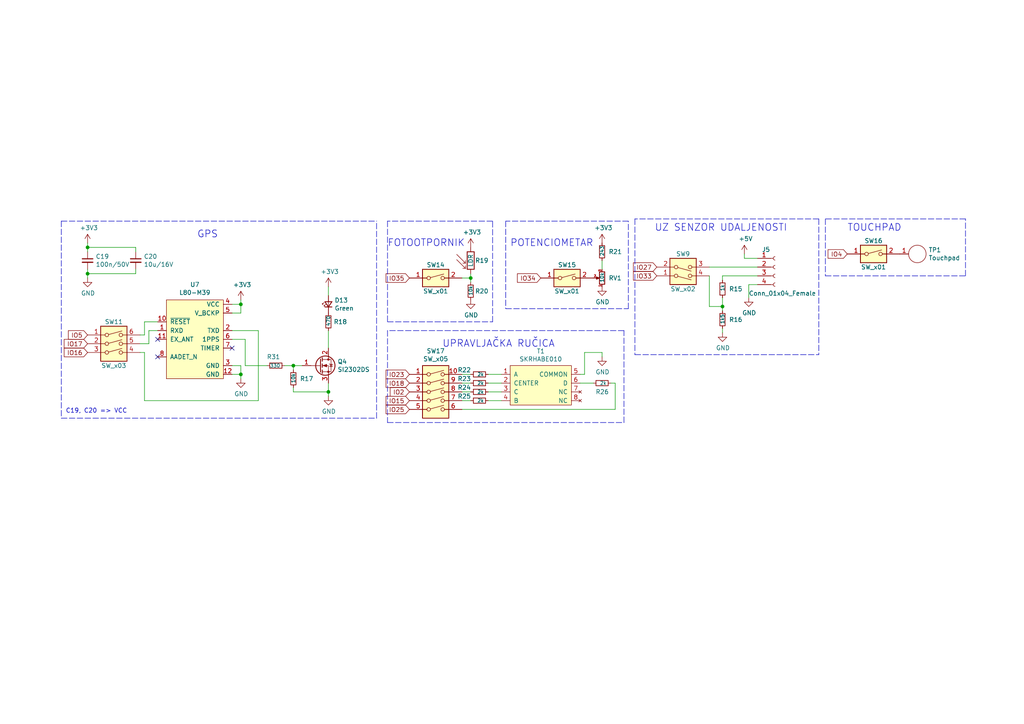
<source format=kicad_sch>
(kicad_sch (version 20211123) (generator eeschema)
  (paper "A4")
  (title_block (title "ESP32IoTPlatform") (date "2022-02-09") (rev "v4r1") (company "TVZ"))
  (lib_symbols
    (symbol "Connector:Conn_01x04_Female" (pin_names (offset 1.016) hide)
      (property "Reference" "J" (at 0 5.08 0))
      (property "Value" "Conn_01x04_Female" (at 0 -7.62 0))
      (symbol "Conn_01x04_Female_1_1"
        (arc (start 0 -4.572) (mid -0.508 -5.08) (end 0 -5.588) (stroke (width 0.1524)))
        (arc (start 0 -2.032) (mid -0.508 -2.54) (end 0 -3.048) (stroke (width 0.1524)))
        (polyline (pts (xy -1.27 -5.08) (xy -0.508 -5.08)) (stroke (width 0.1524)))
        (polyline (pts (xy -1.27 -2.54) (xy -0.508 -2.54)) (stroke (width 0.1524)))
        (polyline (pts (xy -1.27 0) (xy -0.508 0)) (stroke (width 0.1524)))
        (polyline (pts (xy -1.27 2.54) (xy -0.508 2.54)) (stroke (width 0.1524)))
        (arc (start 0 0.508) (mid -0.508 0) (end 0 -0.508) (stroke (width 0.1524)))
        (arc (start 0 3.048) (mid -0.508 2.54) (end 0 2.032) (stroke (width 0.1524)))
        (pin passive line (at -5.08 2.54 0) (length 3.81) (name "Pin_1") (number "1"))
        (pin passive line (at -5.08 0 0) (length 3.81) (name "Pin_2") (number "2"))
        (pin passive line (at -5.08 -2.54 0) (length 3.81) (name "Pin_3") (number "3"))
        (pin passive line (at -5.08 -5.08 0) (length 3.81) (name "Pin_4") (number "4"))
      )
    )
    (symbol "Device:C_Small" (pin_numbers hide) (pin_names (offset 0.254) hide)
      (property "Reference" "C" (at 0.254 1.778 0))
      (property "Value" "C_Small" (at 0.254 -2.032 0))
      (symbol "C_Small_0_1"
        (polyline (pts (xy -1.524 -0.508) (xy 1.524 -0.508)) (stroke (width 0.3302)))
        (polyline (pts (xy -1.524 0.508) (xy 1.524 0.508)) (stroke (width 0.3048)))
      )
      (symbol "C_Small_1_1"
        (pin passive line (at 0 2.54 270) (length 2.032) (name "~") (number "1"))
        (pin passive line (at 0 -2.54 90) (length 2.032) (name "~") (number "2"))
      )
    )
    (symbol "Device:LED_Small" (pin_numbers hide) (pin_names (offset 0.254) hide)
      (property "Reference" "D" (at -1.27 3.175 0))
      (property "Value" "LED_Small" (at -4.445 -2.54 0))
      (symbol "LED_Small_0_1"
        (polyline (pts (xy -0.762 -1.016) (xy -0.762 1.016)) (stroke (width 0.254)))
        (polyline (pts (xy 1.016 0) (xy -0.762 0)))
        (polyline (pts (xy 0.762 -1.016) (xy -0.762 0) (xy 0.762 1.016) (xy 0.762 -1.016)) (stroke (width 0.254)))
        (polyline (pts (xy 0 0.762) (xy -0.508 1.27) (xy -0.254 1.27) (xy -0.508 1.27) (xy -0.508 1.016)))
        (polyline (pts (xy 0.508 1.27) (xy 0 1.778) (xy 0.254 1.778) (xy 0 1.778) (xy 0 1.524)))
      )
      (symbol "LED_Small_1_1"
        (pin passive line (at -2.54 0 0) (length 1.778) (name "K") (number "1"))
        (pin passive line (at 2.54 0 180) (length 1.778) (name "A") (number "2"))
      )
    )
    (symbol "Device:R_Potentiometer_Small" (pin_names (offset 1.016) hide)
      (property "Reference" "RV" (at -4.445 0 90))
      (property "Value" "R_Potentiometer_Small" (at -2.54 0 90))
      (symbol "R_Potentiometer_Small_0_1"
        (polyline (pts (xy 0.889 0) (xy 0.635 0) (xy 1.651 0.381) (xy 1.651 -0.381) (xy 0.635 0) (xy 0.889 0)) (fill (type outline)))
        (rectangle (start 0.762 1.8034) (end -0.762 -1.8034) (stroke (width 0.254)))
      )
      (symbol "R_Potentiometer_Small_1_1"
        (pin passive line (at 0 2.54 270) (length 0.635) (name "1") (number "1"))
        (pin passive line (at 2.54 0 180) (length 0.9906) (name "2") (number "2"))
        (pin passive line (at 0 -2.54 90) (length 0.635) (name "3") (number "3"))
      )
    )
    (symbol "Device:R_Small" (pin_numbers hide) (pin_names (offset 0.254) hide)
      (property "Reference" "R" (at 0.762 0.508 0))
      (property "Value" "R_Small" (at 0.762 -1.016 0))
      (symbol "R_Small_0_1"
        (rectangle (start -0.762 1.778) (end 0.762 -1.778) (stroke (width 0.2032)))
      )
      (symbol "R_Small_1_1"
        (pin passive line (at 0 2.54 270) (length 0.762) (name "~") (number "1"))
        (pin passive line (at 0 -2.54 90) (length 0.762) (name "~") (number "2"))
      )
    )
    (symbol "ESP32IoTPlatform_simboli:L80-M39" (pin_names (offset 1.016))
      (property "Reference" "U" (at 0 0 0))
      (property "Value" "L80-M39" (at 0 0 0))
      (symbol "L80-M39_0_1"
        (rectangle (start 8.89 1.27) (end -7.62 24.13) (fill (type background)))
      )
      (symbol "L80-M39_1_1"
        (pin passive line (at -10.16 15.24 0) (length 2.54) (name "RXD") (number "1"))
        (pin passive line (at -10.16 17.78 0) (length 2.54) (name "~{RESET}") (number "10"))
        (pin passive line (at -10.16 12.7 0) (length 2.54) (name "EX_ANT") (number "11"))
        (pin passive line (at 11.43 2.54 180) (length 2.54) (name "GND") (number "12"))
        (pin passive line (at 11.43 15.24 180) (length 2.54) (name "TXD") (number "2"))
        (pin passive line (at 11.43 5.08 180) (length 2.54) (name "GND") (number "3"))
        (pin passive line (at 11.43 22.86 180) (length 2.54) (name "VCC") (number "4"))
        (pin passive line (at 11.43 20.32 180) (length 2.54) (name "V_BCKP") (number "5"))
        (pin passive line (at 11.43 12.7 180) (length 2.54) (name "1PPS") (number "6"))
        (pin passive line (at 11.43 10.16 180) (length 2.54) (name "TIMER") (number "7"))
        (pin passive line (at -10.16 7.62 0) (length 2.54) (name "AADET_N") (number "8"))
      )
    )
    (symbol "ESP32IoTPlatform_simboli:SKRHABE010" (pin_names (offset 1.016))
      (property "Reference" "T" (at 0 1.27 0))
      (property "Value" "SKRHABE010" (at 0 -1.27 0))
      (symbol "SKRHABE010_0_1"
        (rectangle (start -8.89 2.54) (end 8.89 13.97) (fill (type background)))
      )
      (symbol "SKRHABE010_1_1"
        (pin passive line (at -11.43 11.43 0) (length 2.54) (name "A") (number "1"))
        (pin passive line (at -11.43 8.89 0) (length 2.54) (name "CENTER") (number "2"))
        (pin passive line (at -11.43 6.35 0) (length 2.54) (name "C") (number "3"))
        (pin passive line (at -11.43 3.81 0) (length 2.54) (name "B") (number "4"))
        (pin passive line (at 11.43 11.43 180) (length 2.54) (name "COMMON") (number "5"))
        (pin passive line (at 11.43 8.89 180) (length 2.54) (name "D") (number "6"))
        (pin no_connect line (at 11.43 6.35 180) (length 2.54) (name "NC") (number "7"))
        (pin no_connect line (at 11.43 3.81 180) (length 2.54) (name "NC") (number "8"))
      )
    )
    (symbol "ESP32IoTPlatform_simboli:Touchpad" (pin_names (offset 1.016))
      (property "Reference" "TP" (at 0 0 0))
      (property "Value" "Touchpad" (at 0 0 0))
      (symbol "Touchpad_0_1"
        (circle (center 3.81 5.08) (radius 2.54))
      )
      (symbol "Touchpad_1_1"
        (pin passive line (at -1.27 5.08 0) (length 2.54) (name "~") (number "1"))
      )
    )
    (symbol "Sensor_Optical:LDR03" (pin_numbers hide) (pin_names (offset 0))
      (property "Reference" "R" (at -5.08 0 90))
      (property "Value" "LDR03" (at 1.905 0 90))
      (symbol "LDR03_0_1"
        (rectangle (start -1.016 2.54) (end 1.016 -2.54) (stroke (width 0.254)))
        (polyline (pts (xy -1.524 -2.286) (xy -4.064 0.254)))
        (polyline (pts (xy -1.524 -2.286) (xy -2.286 -2.286)))
        (polyline (pts (xy -1.524 -2.286) (xy -1.524 -1.524)))
        (polyline (pts (xy -1.524 -0.762) (xy -4.064 1.778)))
        (polyline (pts (xy -1.524 -0.762) (xy -2.286 -0.762)))
        (polyline (pts (xy -1.524 -0.762) (xy -1.524 0)))
      )
      (symbol "LDR03_1_1"
        (pin passive line (at 0 3.81 270) (length 1.27) (name "~") (number "1"))
        (pin passive line (at 0 -3.81 90) (length 1.27) (name "~") (number "2"))
      )
    )
    (symbol "Switch:SW_DIP_x01" (pin_names (offset 0) hide)
      (property "Reference" "SW" (at 0 3.81 0))
      (property "Value" "SW_DIP_x01" (at 0 -3.81 0))
      (symbol "SW_DIP_x01_0_0"
        (circle (center -2.032 0) (radius 0.508))
        (polyline (pts (xy -1.524 0.127) (xy 2.3622 1.1684)))
        (circle (center 2.032 0) (radius 0.508))
      )
      (symbol "SW_DIP_x01_0_1"
        (rectangle (start -3.81 2.54) (end 3.81 -2.54) (stroke (width 0.254)) (fill (type background)))
      )
      (symbol "SW_DIP_x01_1_1"
        (pin passive line (at -7.62 0 0) (length 5.08) (name "~") (number "1"))
        (pin passive line (at 7.62 0 180) (length 5.08) (name "~") (number "2"))
      )
    )
    (symbol "Switch:SW_DIP_x02" (pin_names (offset 0) hide)
      (property "Reference" "SW" (at 0 6.35 0))
      (property "Value" "SW_DIP_x02" (at 0 -3.81 0))
      (symbol "SW_DIP_x02_0_0"
        (circle (center -2.032 0) (radius 0.508))
        (circle (center -2.032 2.54) (radius 0.508))
        (polyline (pts (xy -1.524 0.127) (xy 2.3622 1.1684)))
        (polyline (pts (xy -1.524 2.667) (xy 2.3622 3.7084)))
        (circle (center 2.032 0) (radius 0.508))
        (circle (center 2.032 2.54) (radius 0.508))
      )
      (symbol "SW_DIP_x02_0_1"
        (rectangle (start -3.81 5.08) (end 3.81 -2.54) (stroke (width 0.254)) (fill (type background)))
      )
      (symbol "SW_DIP_x02_1_1"
        (pin passive line (at -7.62 2.54 0) (length 5.08) (name "~") (number "1"))
        (pin passive line (at -7.62 0 0) (length 5.08) (name "~") (number "2"))
        (pin passive line (at 7.62 0 180) (length 5.08) (name "~") (number "3"))
        (pin passive line (at 7.62 2.54 180) (length 5.08) (name "~") (number "4"))
      )
    )
    (symbol "Switch:SW_DIP_x03" (pin_names (offset 0) hide)
      (property "Reference" "SW" (at 0 8.89 0))
      (property "Value" "SW_DIP_x03" (at 0 -3.81 0))
      (symbol "SW_DIP_x03_0_0"
        (circle (center -2.032 0) (radius 0.508))
        (circle (center -2.032 2.54) (radius 0.508))
        (circle (center -2.032 5.08) (radius 0.508))
        (polyline (pts (xy -1.524 0.127) (xy 2.3622 1.1684)))
        (polyline (pts (xy -1.524 2.667) (xy 2.3622 3.7084)))
        (polyline (pts (xy -1.524 5.207) (xy 2.3622 6.2484)))
        (circle (center 2.032 0) (radius 0.508))
        (circle (center 2.032 2.54) (radius 0.508))
        (circle (center 2.032 5.08) (radius 0.508))
      )
      (symbol "SW_DIP_x03_0_1"
        (rectangle (start -3.81 7.62) (end 3.81 -2.54) (stroke (width 0.254)) (fill (type background)))
      )
      (symbol "SW_DIP_x03_1_1"
        (pin passive line (at -7.62 5.08 0) (length 5.08) (name "~") (number "1"))
        (pin passive line (at -7.62 2.54 0) (length 5.08) (name "~") (number "2"))
        (pin passive line (at -7.62 0 0) (length 5.08) (name "~") (number "3"))
        (pin passive line (at 7.62 0 180) (length 5.08) (name "~") (number "4"))
        (pin passive line (at 7.62 2.54 180) (length 5.08) (name "~") (number "5"))
        (pin passive line (at 7.62 5.08 180) (length 5.08) (name "~") (number "6"))
      )
    )
    (symbol "Switch:SW_DIP_x05" (pin_names (offset 0) hide)
      (property "Reference" "SW" (at 0 8.89 0))
      (property "Value" "SW_DIP_x05" (at 0 -8.89 0))
      (symbol "SW_DIP_x05_0_0"
        (circle (center -2.032 -5.08) (radius 0.508))
        (circle (center -2.032 -2.54) (radius 0.508))
        (circle (center -2.032 0) (radius 0.508))
        (circle (center -2.032 2.54) (radius 0.508))
        (circle (center -2.032 5.08) (radius 0.508))
        (polyline (pts (xy -1.524 -4.9276) (xy 2.3622 -3.8862)))
        (polyline (pts (xy -1.524 -2.3876) (xy 2.3622 -1.3462)))
        (polyline (pts (xy -1.524 0.127) (xy 2.3622 1.1684)))
        (polyline (pts (xy -1.524 2.667) (xy 2.3622 3.7084)))
        (polyline (pts (xy -1.524 5.207) (xy 2.3622 6.2484)))
        (circle (center 2.032 -5.08) (radius 0.508))
        (circle (center 2.032 -2.54) (radius 0.508))
        (circle (center 2.032 0) (radius 0.508))
        (circle (center 2.032 2.54) (radius 0.508))
        (circle (center 2.032 5.08) (radius 0.508))
      )
      (symbol "SW_DIP_x05_0_1"
        (rectangle (start -3.81 7.62) (end 3.81 -7.62) (stroke (width 0.254)) (fill (type background)))
      )
      (symbol "SW_DIP_x05_1_1"
        (pin passive line (at -7.62 5.08 0) (length 5.08) (name "~") (number "1"))
        (pin passive line (at 7.62 5.08 180) (length 5.08) (name "~") (number "10"))
        (pin passive line (at -7.62 2.54 0) (length 5.08) (name "~") (number "2"))
        (pin passive line (at -7.62 0 0) (length 5.08) (name "~") (number "3"))
        (pin passive line (at -7.62 -2.54 0) (length 5.08) (name "~") (number "4"))
        (pin passive line (at -7.62 -5.08 0) (length 5.08) (name "~") (number "5"))
        (pin passive line (at 7.62 -5.08 180) (length 5.08) (name "~") (number "6"))
        (pin passive line (at 7.62 -2.54 180) (length 5.08) (name "~") (number "7"))
        (pin passive line (at 7.62 0 180) (length 5.08) (name "~") (number "8"))
        (pin passive line (at 7.62 2.54 180) (length 5.08) (name "~") (number "9"))
      )
    )
    (symbol "Transistor_FET:IRLZ44N" (pin_names hide)
      (property "Reference" "Q" (at 6.35 1.905 0))
      (property "Value" "IRLZ44N" (at 6.35 0 0))
      (symbol "IRLZ44N_0_1"
        (polyline (pts (xy 0.254 0) (xy -2.54 0)))
        (polyline (pts (xy 0.254 1.905) (xy 0.254 -1.905)) (stroke (width 0.254)))
        (polyline (pts (xy 0.762 -1.27) (xy 0.762 -2.286)) (stroke (width 0.254)))
        (polyline (pts (xy 0.762 0.508) (xy 0.762 -0.508)) (stroke (width 0.254)))
        (polyline (pts (xy 0.762 2.286) (xy 0.762 1.27)) (stroke (width 0.254)))
        (polyline (pts (xy 2.54 2.54) (xy 2.54 1.778)))
        (polyline (pts (xy 2.54 -2.54) (xy 2.54 0) (xy 0.762 0)))
        (polyline (pts (xy 0.762 -1.778) (xy 3.302 -1.778) (xy 3.302 1.778) (xy 0.762 1.778)))
        (polyline (pts (xy 1.016 0) (xy 2.032 0.381) (xy 2.032 -0.381) (xy 1.016 0)) (fill (type outline)))
        (polyline (pts (xy 2.794 0.508) (xy 2.921 0.381) (xy 3.683 0.381) (xy 3.81 0.254)))
        (polyline (pts (xy 3.302 0.381) (xy 2.921 -0.254) (xy 3.683 -0.254) (xy 3.302 0.381)))
        (circle (center 1.651 0) (radius 2.794) (stroke (width 0.254)))
        (circle (center 2.54 -1.778) (radius 0.254) (fill (type outline)))
        (circle (center 2.54 1.778) (radius 0.254) (fill (type outline)))
      )
      (symbol "IRLZ44N_1_1"
        (pin input line (at -5.08 0 0) (length 2.54) (name "G") (number "1"))
        (pin passive line (at 2.54 5.08 270) (length 2.54) (name "D") (number "2"))
        (pin passive line (at 2.54 -5.08 90) (length 2.54) (name "S") (number "3"))
      )
    )
    (symbol "power:+3V3" (power) (pin_names (offset 0))
      (property "Value" "+3V3" (at 0 3.556 0))
      (symbol "+3V3_0_1"
        (polyline (pts (xy -0.762 1.27) (xy 0 2.54)))
        (polyline (pts (xy 0 0) (xy 0 2.54)))
        (polyline (pts (xy 0 2.54) (xy 0.762 1.27)))
      )
      (symbol "+3V3_1_1"
        (pin power_in line (at 0 0 90) (length 0) hide (name "+3V3") (number "1"))
      )
    )
    (symbol "power:+5V" (power) (pin_names (offset 0))
      (property "Value" "+5V" (at 0 3.556 0))
      (symbol "+5V_0_1"
        (polyline (pts (xy -0.762 1.27) (xy 0 2.54)))
        (polyline (pts (xy 0 0) (xy 0 2.54)))
        (polyline (pts (xy 0 2.54) (xy 0.762 1.27)))
      )
      (symbol "+5V_1_1"
        (pin power_in line (at 0 0 90) (length 0) hide (name "+5V") (number "1"))
      )
    )
    (symbol "power:GND" (power) (pin_names (offset 0))
      (property "Value" "GND" (at 0 -3.81 0))
      (symbol "GND_0_1"
        (polyline (pts (xy 0 0) (xy 0 -1.27) (xy 1.27 -1.27) (xy 0 -2.54) (xy -1.27 -1.27) (xy 0 -1.27)))
      )
      (symbol "GND_1_1"
        (pin power_in line (at 0 0 270) (length 0) hide (name "GND") (number "1"))
      )
    )
  )
  (junction (at 69.85 88.265))
  (junction (at 25.4 79.375))
  (junction (at 25.4 71.755))
  (junction (at 136.525 80.645))
  (junction (at 69.85 108.585))
  (junction (at 95.25 113.665))
  (junction (at 85.09 106.045))
  (junction (at 209.55 88.9))
  (no_connect (at 67.31 100.965))
  (no_connect (at 45.72 103.505))
  (no_connect (at 45.72 98.425))
  (wire (pts (xy 95.25 95.885) (xy 95.25 100.965)))
  (polyline (pts (xy 112.395 95.885) (xy 112.395 122.555)))
  (wire (pts (xy 141.605 116.205) (xy 145.415 116.205)))
  (wire (pts (xy 69.85 90.805) (xy 69.85 88.265)))
  (polyline (pts (xy 112.395 93.345) (xy 142.875 93.345)))
  (wire (pts (xy 133.985 80.645) (xy 136.525 80.645)))
  (wire (pts (xy 209.55 86.36) (xy 209.55 88.9)))
  (wire (pts (xy 43.18 95.885) (xy 45.72 95.885)))
  (wire (pts (xy 25.4 79.375) (xy 25.4 78.105)))
  (polyline (pts (xy 142.875 64.135) (xy 112.395 64.135)))
  (polyline (pts (xy 146.685 64.135) (xy 146.685 89.535)))
  (wire (pts (xy 25.4 79.375) (xy 39.37 79.375)))
  (wire (pts (xy 25.4 79.375) (xy 25.4 80.645)))
  (wire (pts (xy 67.31 98.425) (xy 71.12 98.425)))
  (wire (pts (xy 25.4 70.485) (xy 25.4 71.755)))
  (polyline (pts (xy 182.245 89.535) (xy 182.245 64.135)))
  (wire (pts (xy 69.85 109.855) (xy 69.85 108.585)))
  (polyline (pts (xy 239.395 80.01) (xy 280.035 80.01)))
  (polyline (pts (xy 112.395 64.135) (xy 112.395 93.345)))
  (wire (pts (xy 133.985 116.205) (xy 136.525 116.205)))
  (wire (pts (xy 95.25 113.665) (xy 95.25 111.125)))
  (wire (pts (xy 169.545 102.235) (xy 169.545 108.585)))
  (wire (pts (xy 178.435 118.745) (xy 178.435 111.125)))
  (wire (pts (xy 40.64 102.235) (xy 41.91 102.235)))
  (polyline (pts (xy 239.395 63.5) (xy 239.395 80.01)))
  (wire (pts (xy 82.55 106.045) (xy 85.09 106.045)))
  (wire (pts (xy 43.18 99.695) (xy 43.18 95.885)))
  (wire (pts (xy 168.275 111.125) (xy 172.085 111.125)))
  (wire (pts (xy 69.85 86.995) (xy 69.85 88.265)))
  (wire (pts (xy 67.31 90.805) (xy 69.85 90.805)))
  (wire (pts (xy 136.525 81.915) (xy 136.525 80.645)))
  (wire (pts (xy 71.12 106.045) (xy 77.47 106.045)))
  (wire (pts (xy 85.09 106.045) (xy 87.63 106.045)))
  (wire (pts (xy 141.605 108.585) (xy 145.415 108.585)))
  (wire (pts (xy 209.55 80.01) (xy 219.71 80.01)))
  (polyline (pts (xy 184.15 102.87) (xy 237.49 102.87)))
  (wire (pts (xy 205.74 88.9) (xy 209.55 88.9)))
  (wire (pts (xy 136.525 79.375) (xy 136.525 80.645)))
  (wire (pts (xy 133.985 108.585) (xy 136.525 108.585)))
  (polyline (pts (xy 112.395 122.555) (xy 180.975 122.555)))
  (wire (pts (xy 217.17 82.55) (xy 219.71 82.55)))
  (polyline (pts (xy 146.685 89.535) (xy 182.245 89.535)))
  (polyline (pts (xy 280.035 80.01) (xy 280.035 63.5)))
  (wire (pts (xy 74.93 116.205) (xy 74.93 95.885)))
  (wire (pts (xy 69.85 106.045) (xy 67.31 106.045)))
  (wire (pts (xy 133.985 113.665) (xy 136.525 113.665)))
  (wire (pts (xy 69.85 88.265) (xy 67.31 88.265)))
  (wire (pts (xy 69.85 108.585) (xy 67.31 108.585)))
  (wire (pts (xy 141.605 113.665) (xy 145.415 113.665)))
  (wire (pts (xy 71.12 98.425) (xy 71.12 106.045)))
  (wire (pts (xy 169.545 108.585) (xy 168.275 108.585)))
  (polyline (pts (xy 109.22 121.285) (xy 109.22 64.135)))
  (wire (pts (xy 39.37 73.025) (xy 39.37 71.755)))
  (wire (pts (xy 133.985 118.745) (xy 178.435 118.745)))
  (polyline (pts (xy 142.875 93.345) (xy 142.875 64.135)))
  (wire (pts (xy 205.74 80.01) (xy 205.74 88.9)))
  (wire (pts (xy 67.31 95.885) (xy 74.93 95.885)))
  (wire (pts (xy 41.91 97.155) (xy 40.64 97.155)))
  (wire (pts (xy 95.25 113.665) (xy 95.25 114.935)))
  (wire (pts (xy 69.85 108.585) (xy 69.85 106.045)))
  (wire (pts (xy 174.625 103.505) (xy 174.625 102.235)))
  (wire (pts (xy 215.9 73.66) (xy 215.9 74.93)))
  (wire (pts (xy 141.605 111.125) (xy 145.415 111.125)))
  (polyline (pts (xy 184.15 63.5) (xy 184.15 102.87)))
  (polyline (pts (xy 237.49 63.5) (xy 237.49 102.87)))
  (wire (pts (xy 178.435 111.125) (xy 177.165 111.125)))
  (wire (pts (xy 209.55 81.28) (xy 209.55 80.01)))
  (wire (pts (xy 25.4 73.025) (xy 25.4 71.755)))
  (wire (pts (xy 217.17 86.36) (xy 217.17 82.55)))
  (wire (pts (xy 85.09 112.395) (xy 85.09 113.665)))
  (wire (pts (xy 85.09 107.315) (xy 85.09 106.045)))
  (polyline (pts (xy 280.035 63.5) (xy 239.395 63.5)))
  (wire (pts (xy 40.64 99.695) (xy 43.18 99.695)))
  (wire (pts (xy 41.91 102.235) (xy 41.91 116.205)))
  (wire (pts (xy 39.37 78.105) (xy 39.37 79.375)))
  (wire (pts (xy 205.74 77.47) (xy 219.71 77.47)))
  (wire (pts (xy 209.55 95.25) (xy 209.55 96.52)))
  (wire (pts (xy 209.55 88.9) (xy 209.55 90.17)))
  (wire (pts (xy 215.9 74.93) (xy 219.71 74.93)))
  (wire (pts (xy 174.625 102.235) (xy 169.545 102.235)))
  (polyline (pts (xy 17.78 121.285) (xy 109.22 121.285)))
  (wire (pts (xy 41.91 93.345) (xy 41.91 97.155)))
  (polyline (pts (xy 237.49 63.5) (xy 184.15 63.5)))
  (polyline (pts (xy 182.245 64.135) (xy 146.685 64.135)))
  (wire (pts (xy 95.25 83.185) (xy 95.25 85.725)))
  (wire (pts (xy 174.625 78.105) (xy 174.625 75.565)))
  (wire (pts (xy 45.72 93.345) (xy 41.91 93.345)))
  (polyline (pts (xy 17.78 64.135) (xy 109.22 64.135)))
  (wire (pts (xy 133.985 111.125) (xy 136.525 111.125)))
  (wire (pts (xy 85.09 113.665) (xy 95.25 113.665)))
  (wire (pts (xy 25.4 71.755) (xy 39.37 71.755)))
  (polyline (pts (xy 17.78 64.135) (xy 17.78 121.285)))
  (wire (pts (xy 41.91 116.205) (xy 74.93 116.205)))
  (polyline (pts (xy 180.975 122.555) (xy 180.975 95.885)))
  (polyline (pts (xy 180.975 95.885) (xy 112.395 95.885)))
  (text "UPRAVLJAČKA RUČICA" (at 128.27 100.965 0) (effects (font (size 2.0066 2.0066)) (justify left bottom)))
  (text "FOTOOTPORNIK" (at 112.395 71.755 0) (effects (font (size 2.0066 2.0066)) (justify left bottom)))
  (text "UZ SENZOR UDALJENOSTI" (at 189.865 67.31 0) (effects (font (size 2.0066 2.0066)) (justify left bottom)))
  (text "GPS" (at 57.15 69.215 0) (effects (font (size 2.0066 2.0066)) (justify left bottom)))
  (text "POTENCIOMETAR" (at 147.955 71.755 0) (effects (font (size 2.0066 2.0066)) (justify left bottom)))
  (text "TOUCHPAD" (at 245.745 67.31 0) (effects (font (size 2.0066 2.0066)) (justify left bottom)))
  (text "C19, C20 => VCC" (at 19.05 120.015 0) (effects (font (size 1.27 1.27)) (justify left bottom)))
  (global_label "IO35" (shape input) (at 118.745 80.645 180) (property "Intersheet References" "${INTERSHEET_REFS}" (effects hide)))
  (global_label "IO5" (shape input) (at 25.4 97.155 180) (property "Intersheet References" "${INTERSHEET_REFS}" (effects hide)))
  (global_label "IO25" (shape input) (at 118.745 118.745 180) (property "Intersheet References" "${INTERSHEET_REFS}" (effects hide)))
  (global_label "IO17" (shape input) (at 25.4 99.695 180) (property "Intersheet References" "${INTERSHEET_REFS}" (effects hide)))
  (global_label "IO2" (shape input) (at 118.745 113.665 180) (property "Intersheet References" "${INTERSHEET_REFS}" (effects hide)))
  (global_label "IO18" (shape input) (at 118.745 111.125 180) (property "Intersheet References" "${INTERSHEET_REFS}" (effects hide)))
  (global_label "IO23" (shape input) (at 118.745 108.585 180) (property "Intersheet References" "${INTERSHEET_REFS}" (effects hide)))
  (global_label "IO27" (shape input) (at 190.5 77.47 180) (property "Intersheet References" "${INTERSHEET_REFS}" (effects hide)))
  (global_label "IO15" (shape input) (at 118.745 116.205 180) (property "Intersheet References" "${INTERSHEET_REFS}" (effects hide)))
  (global_label "IO33" (shape input) (at 190.5 80.01 180) (property "Intersheet References" "${INTERSHEET_REFS}" (effects hide)))
  (global_label "IO34" (shape input) (at 156.845 80.645 180) (property "Intersheet References" "${INTERSHEET_REFS}" (effects hide)))
  (global_label "IO4" (shape input) (at 245.745 73.66 180) (property "Intersheet References" "${INTERSHEET_REFS}" (effects hide)))
  (global_label "IO16" (shape input) (at 25.4 102.235 180) (property "Intersheet References" "${INTERSHEET_REFS}" (effects hide)))
  (symbol (lib_id "Device:R_Small") (at 136.525 84.455 0) (unit 1)
    (property "Reference" "R20" (at 137.795 84.455 0) (effects (justify left)))
    (property "Value" "10k" (at 136.525 85.725 90) (effects (font (size 1 1)) (justify left)))
    (property "Footprint" "Resistor_SMD:R_0805_2012Metric" (effects hide))
  )
  (symbol (lib_id "Device:R_Small") (at 139.065 111.125 270) (unit 1)
    (property "Reference" "R23" (at 132.715 109.855 90) (effects (justify left)))
    (property "Value" "2k" (at 138.43 111.125 90) (effects (font (size 1 1)) (justify left)))
    (property "Footprint" "Resistor_SMD:R_0805_2012Metric" (effects hide))
  )
  (symbol (lib_id "power:+3V3") (at 174.625 70.485 0) (unit 1)
    (property "Reference" "#PWR0136" (effects hide))
    (property "Value" "+3V3" (at 175.006 66.0908 0))
  )
  (symbol (lib_id "Device:R_Small") (at 209.55 92.71 0) (unit 1)
    (property "Reference" "R16" (at 211.455 92.71 0) (effects (justify left)))
    (property "Value" "1k5" (at 209.55 93.98 90) (effects (font (size 1 1)) (justify left)))
    (property "Footprint" "Resistor_SMD:R_0805_2012Metric" (effects hide))
  )
  (symbol (lib_id "power:GND") (at 209.55 96.52 0) (unit 1)
    (property "Reference" "#PWR0139" (effects hide))
    (property "Value" "GND" (at 209.677 100.9142 0))
  )
  (symbol (lib_id "Device:R_Small") (at 139.065 113.665 270) (unit 1)
    (property "Reference" "R24" (at 132.715 112.395 90) (effects (justify left)))
    (property "Value" "2k" (at 138.43 113.665 90) (effects (font (size 1 1)) (justify left)))
    (property "Footprint" "Resistor_SMD:R_0805_2012Metric" (effects hide))
  )
  (symbol (lib_id "power:GND") (at 217.17 86.36 0) (unit 1)
    (property "Reference" "#PWR0137" (effects hide))
    (property "Value" "GND" (at 217.297 90.7542 0))
  )
  (symbol (lib_id "Switch:SW_DIP_x02") (at 198.12 77.47 0) (mirror x) (unit 1)
    (property "Reference" "SW9" (at 198.12 73.66 0))
    (property "Value" "SW_x02" (at 198.12 83.82 0))
    (property "Footprint" "Button_Switch_SMD:SW_DIP_SPSTx02_Slide_6.7x6.64mm_W6.73mm_P2.54mm_LowProfile_JPin" (effects hide))
  )
  (symbol (lib_id "power:GND") (at 69.85 109.855 0) (unit 1)
    (property "Reference" "#PWR0144" (effects hide))
    (property "Value" "GND" (at 69.977 114.2492 0))
  )
  (symbol (lib_id "Sensor_Optical:LDR03") (at 136.525 75.565 0) (unit 1)
    (property "Reference" "R19" (at 137.795 75.565 0) (effects (justify left)))
    (property "Value" "LDR" (at 136.525 77.47 90) (effects (justify left)))
    (property "Footprint" "OptoDevice:R_LDR_7x6mm_P5.1mm_Vertical" (effects hide))
    (property "Datasheet" "http://www.elektronica-componenten.nl/WebRoot/StoreNL/Shops/61422969/54F1/BA0C/C664/31B9/2173/C0A8/2AB9/2AEF/LDR03IMP.pdf" (effects hide))
  )
  (symbol (lib_id "Connector:Conn_01x04_Female") (at 224.79 77.47 0) (unit 1)
    (property "Reference" "J5" (at 220.98 72.39 0) (effects (justify left)))
    (property "Value" "Conn_01x04_Female" (at 217.17 85.09 0) (effects (justify left)))
    (property "Footprint" "ESP32IoTPlatform:PinSocket_1x04_P2.54mm_Vertical" (effects hide))
  )
  (symbol (lib_id "Device:C_Small") (at 39.37 75.565 0) (unit 1)
    (property "Reference" "C20" (at 41.7068 74.3966 0) (effects (justify left)))
    (property "Value" "10u/16V" (at 41.7068 76.708 0) (effects (justify left)))
    (property "Footprint" "Capacitor_SMD:C_0805_2012Metric" (effects hide))
  )
  (symbol (lib_id "Device:C_Small") (at 25.4 75.565 0) (unit 1)
    (property "Reference" "C19" (at 27.7368 74.3966 0) (effects (justify left)))
    (property "Value" "100n/50V" (at 27.7368 76.708 0) (effects (justify left)))
    (property "Footprint" "Capacitor_SMD:C_0805_2012Metric" (effects hide))
  )
  (symbol (lib_id "Device:R_Small") (at 95.25 93.345 180) (unit 1)
    (property "Reference" "R18" (at 96.774 93.345 0) (effects (justify right)))
    (property "Value" "470" (at 95.25 94.615 90) (effects (font (size 1 1)) (justify right)))
    (property "Footprint" "Resistor_SMD:R_0805_2012Metric" (effects hide))
  )
  (symbol (lib_id "power:GND") (at 174.625 103.505 0) (unit 1)
    (property "Reference" "#PWR0147" (effects hide))
    (property "Value" "GND" (at 174.752 107.8992 0))
  )
  (symbol (lib_id "power:GND") (at 174.625 83.185 0) (unit 1)
    (property "Reference" "#PWR0135" (effects hide))
    (property "Value" "GND" (at 174.752 87.5792 0))
  )
  (symbol (lib_id "power:GND") (at 136.525 86.995 0) (unit 1)
    (property "Reference" "#PWR0142" (effects hide))
    (property "Value" "GND" (at 136.652 91.3892 0))
  )
  (symbol (lib_id "Device:R_Potentiometer_Small") (at 174.625 80.645 180) (unit 1)
    (property "Reference" "RV1" (at 176.53 80.645 0) (effects (justify right)))
    (property "Value" "10k" (at 174.625 81.915 90) (effects (font (size 1 1)) (justify right)))
    (property "Footprint" "ESP32IoTPlatform:Potentiometer_Bourns_3386P_Vertical" (effects hide))
  )
  (symbol (lib_id "power:+5V") (at 215.9 73.66 0) (unit 1)
    (property "Reference" "#PWR0138" (effects hide))
    (property "Value" "+5V" (at 216.281 69.2658 0))
  )
  (symbol (lib_id "Device:R_Small") (at 139.065 108.585 270) (unit 1)
    (property "Reference" "R22" (at 132.715 107.315 90) (effects (justify left)))
    (property "Value" "2k" (at 138.43 108.585 90) (effects (font (size 1 1)) (justify left)))
    (property "Footprint" "Resistor_SMD:R_0805_2012Metric" (effects hide))
  )
  (symbol (lib_id "Device:R_Small") (at 85.09 109.855 0) (unit 1)
    (property "Reference" "R17" (at 86.995 109.855 0) (effects (justify left)))
    (property "Value" "10k" (at 85.09 111.125 90) (effects (font (size 1 1)) (justify left)))
    (property "Footprint" "Resistor_SMD:R_0805_2012Metric" (effects hide))
  )
  (symbol (lib_id "Switch:SW_DIP_x01") (at 164.465 80.645 0) (unit 1)
    (property "Reference" "SW15" (at 164.465 76.835 0))
    (property "Value" "SW_x01" (at 164.465 84.455 0))
    (property "Footprint" "Button_Switch_SMD:SW_DIP_SPSTx01_Slide_6.7x4.1mm_W6.73mm_P2.54mm_LowProfile_JPin" (effects hide))
  )
  (symbol (lib_id "Switch:SW_DIP_x05") (at 126.365 113.665 0) (unit 1)
    (property "Reference" "SW17" (at 126.365 101.8032 0))
    (property "Value" "SW_x05" (at 126.365 104.1146 0))
    (property "Footprint" "Button_Switch_SMD:SW_DIP_SPSTx05_Slide_6.7x14.26mm_W6.73mm_P2.54mm_LowProfile_JPin" (effects hide))
  )
  (symbol (lib_id "Transistor_FET:IRLZ44N") (at 92.71 106.045 0) (unit 1)
    (property "Reference" "Q4" (at 97.8916 104.8766 0) (effects (justify left)))
    (property "Value" "SI2302DS" (at 97.8916 107.188 0) (effects (justify left)))
    (property "Footprint" "Package_TO_SOT_SMD:SOT-23" (effects hide))
    (property "Datasheet" "http://www.irf.com/product-info/datasheets/data/irlz44n.pdf" (effects hide))
  )
  (symbol (lib_id "power:+3V3") (at 69.85 86.995 0) (unit 1)
    (property "Reference" "#PWR0146" (effects hide))
    (property "Value" "+3V3" (at 70.231 82.6008 0))
  )
  (symbol (lib_id "Device:R_Small") (at 139.065 116.205 270) (unit 1)
    (property "Reference" "R25" (at 132.715 114.935 90) (effects (justify left)))
    (property "Value" "2k" (at 138.43 116.205 90) (effects (font (size 1 1)) (justify left)))
    (property "Footprint" "Resistor_SMD:R_0805_2012Metric" (effects hide))
  )
  (symbol (lib_id "power:+3V3") (at 136.525 71.755 0) (unit 1)
    (property "Reference" "#PWR0148" (effects hide))
    (property "Value" "+3V3" (at 136.906 67.3608 0))
  )
  (symbol (lib_id "Device:R_Small") (at 174.625 111.125 270) (unit 1)
    (property "Reference" "R26" (at 172.72 113.665 90) (effects (justify left)))
    (property "Value" "2k" (at 173.99 111.125 90) (effects (font (size 1 1)) (justify left)))
    (property "Footprint" "Resistor_SMD:R_0805_2012Metric" (effects hide))
  )
  (symbol (lib_id "Device:R_Small") (at 80.01 106.045 90) (unit 1)
    (property "Reference" "R31" (at 81.28 103.505 90) (effects (justify left)))
    (property "Value" "330" (at 81.28 106.045 90) (effects (font (size 1 1)) (justify left)))
    (property "Footprint" "Resistor_SMD:R_0805_2012Metric" (effects hide))
  )
  (symbol (lib_id "Switch:SW_DIP_x01") (at 126.365 80.645 0) (unit 1)
    (property "Reference" "SW14" (at 126.365 76.835 0))
    (property "Value" "SW_x01" (at 126.365 84.455 0))
    (property "Footprint" "Button_Switch_SMD:SW_DIP_SPSTx01_Slide_6.7x4.1mm_W6.73mm_P2.54mm_LowProfile_JPin" (effects hide))
  )
  (symbol (lib_id "power:GND") (at 95.25 114.935 0) (unit 1)
    (property "Reference" "#PWR0145" (effects hide))
    (property "Value" "GND" (at 95.377 119.3292 0))
  )
  (symbol (lib_id "power:+3V3") (at 25.4 70.485 0) (unit 1)
    (property "Reference" "#PWR0140" (effects hide))
    (property "Value" "+3V3" (at 25.781 66.0908 0))
  )
  (symbol (lib_id "Device:R_Small") (at 174.625 73.025 0) (unit 1)
    (property "Reference" "R21" (at 176.53 73.025 0) (effects (justify left)))
    (property "Value" "243" (at 174.625 74.295 90) (effects (font (size 1 1)) (justify left)))
    (property "Footprint" "Resistor_SMD:R_0805_2012Metric" (effects hide))
  )
  (symbol (lib_id "ESP32IoTPlatform_simboli:SKRHABE010") (at 156.845 120.015 0) (unit 1)
    (property "Reference" "T1" (at 156.845 101.854 0))
    (property "Value" "SKRHABE010" (at 156.845 104.1654 0))
    (property "Footprint" "ESP32IoTPlatform:Alps_SKRHABE010" (effects hide))
  )
  (symbol (lib_id "ESP32IoTPlatform_simboli:L80-M39") (at 55.88 111.125 0) (unit 1)
    (property "Reference" "U7" (at 56.515 82.55 0))
    (property "Value" "L80-M39" (at 56.515 84.8614 0))
    (property "Footprint" "ESP32IoTPlatform:L80-M39" (effects hide))
  )
  (symbol (lib_id "power:+3V3") (at 95.25 83.185 0) (unit 1)
    (property "Reference" "#PWR0143" (effects hide))
    (property "Value" "+3V3" (at 95.631 78.7908 0))
  )
  (symbol (lib_id "Device:LED_Small") (at 95.25 88.265 90) (unit 1)
    (property "Reference" "D13" (at 97.028 87.0966 90) (effects (justify right)))
    (property "Value" "Green" (at 97.028 89.408 90) (effects (justify right)))
    (property "Footprint" "LED_SMD:LED_0805_2012Metric" (effects hide))
  )
  (symbol (lib_id "power:GND") (at 25.4 80.645 0) (unit 1)
    (property "Reference" "#PWR0141" (effects hide))
    (property "Value" "GND" (at 25.527 85.0392 0))
  )
  (symbol (lib_id "ESP32IoTPlatform_simboli:Touchpad") (at 262.255 78.74 0) (unit 1)
    (property "Reference" "TP1" (at 269.3162 72.4916 0) (effects (justify left)))
    (property "Value" "Touchpad" (at 269.3162 74.803 0) (effects (justify left)))
    (property "Footprint" "ESP32IoTPlatform:Touchpad" (effects hide))
  )
  (symbol (lib_id "Switch:SW_DIP_x03") (at 33.02 102.235 0) (unit 1)
    (property "Reference" "SW11" (at 33.02 93.345 0))
    (property "Value" "SW_x03" (at 33.02 106.045 0))
    (property "Footprint" "Button_Switch_SMD:SW_DIP_SPSTx03_Slide_6.7x9.18mm_W6.73mm_P2.54mm_LowProfile_JPin" (effects hide))
  )
  (symbol (lib_id "Switch:SW_DIP_x01") (at 253.365 73.66 0) (unit 1)
    (property "Reference" "SW16" (at 253.365 69.85 0))
    (property "Value" "SW_x01" (at 253.365 77.47 0))
    (property "Footprint" "Button_Switch_SMD:SW_DIP_SPSTx01_Slide_6.7x4.1mm_W6.73mm_P2.54mm_LowProfile_JPin" (effects hide))
  )
  (symbol (lib_id "Device:R_Small") (at 209.55 83.82 0) (unit 1)
    (property "Reference" "R15" (at 211.455 83.82 0) (effects (justify left)))
    (property "Value" "1k" (at 209.55 84.455 90) (effects (font (size 1 1)) (justify left)))
    (property "Footprint" "Resistor_SMD:R_0805_2012Metric" (effects hide))
  )
)
</source>
